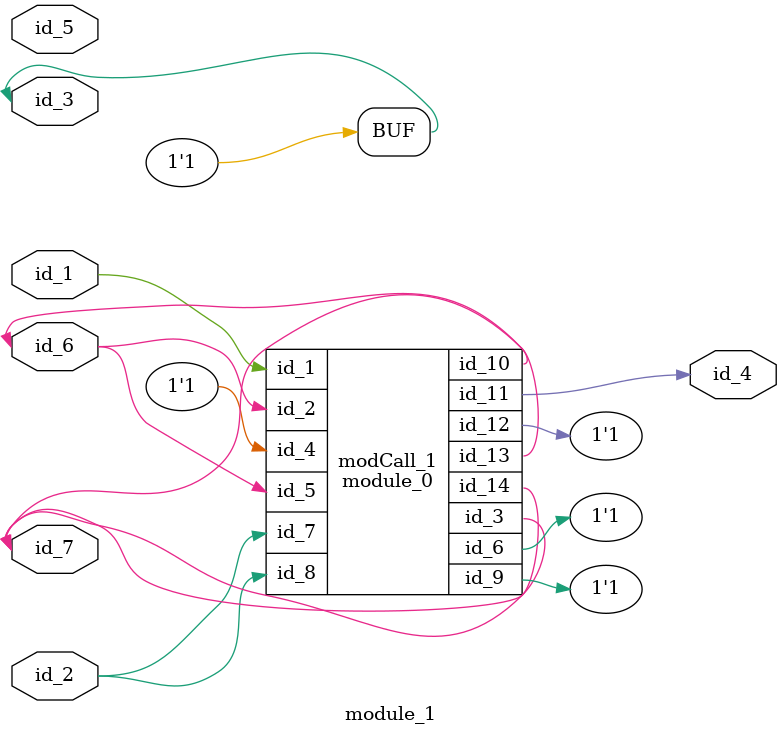
<source format=v>
module module_0 (
    id_1,
    id_2,
    id_3,
    id_4,
    id_5,
    id_6,
    id_7,
    id_8,
    id_9,
    id_10,
    id_11,
    id_12,
    id_13,
    id_14
);
  inout wire id_14;
  inout wire id_13;
  inout wire id_12;
  output wire id_11;
  output wire id_10;
  inout wire id_9;
  input wire id_8;
  input wire id_7;
  inout wire id_6;
  input wire id_5;
  input wire id_4;
  output wire id_3;
  input wire id_2;
  input wire id_1;
  assign id_9 = id_9;
endmodule
module module_1 (
    id_1,
    id_2,
    id_3,
    id_4,
    id_5,
    id_6,
    id_7
);
  inout wire id_7;
  inout wire id_6;
  input wire id_5;
  output wire id_4;
  inout wire id_3;
  inout wire id_2;
  input wire id_1;
  assign id_3 = 1;
  module_0 modCall_1 (
      id_1,
      id_6,
      id_7,
      id_3,
      id_6,
      id_3,
      id_2,
      id_2,
      id_3,
      id_6,
      id_4,
      id_3,
      id_7,
      id_7
  );
endmodule

</source>
